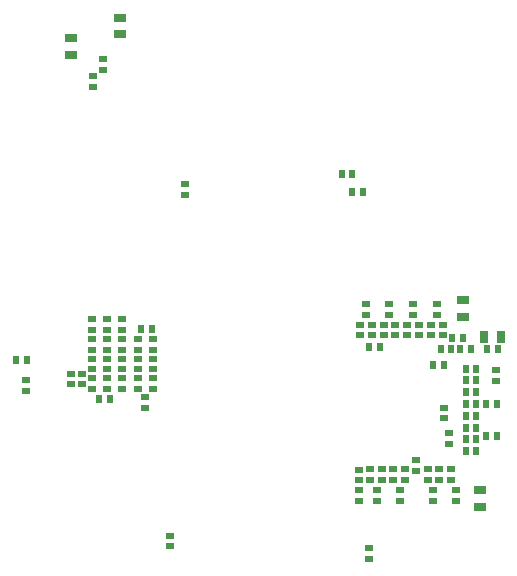
<source format=gbs>
G04 Layer_Color=16711935*
%FSLAX43Y43*%
%MOMM*%
G71*
G01*
G75*
%ADD42R,0.610X0.800*%
%ADD43R,0.800X0.610*%
%ADD44R,0.660X0.610*%
%ADD45R,0.610X0.660*%
%ADD46R,0.740X0.990*%
%ADD47R,0.990X0.740*%
D42*
X61650Y54600D02*
D03*
X60750D02*
D03*
X61655Y55595D02*
D03*
X60755D02*
D03*
X61655Y61595D02*
D03*
X60755D02*
D03*
X61655Y56595D02*
D03*
X60755D02*
D03*
X61655Y57595D02*
D03*
X60755D02*
D03*
X61655Y59595D02*
D03*
X60755D02*
D03*
X61655Y58595D02*
D03*
X60755D02*
D03*
X61655Y60595D02*
D03*
X60755D02*
D03*
X59625Y64200D02*
D03*
X60525D02*
D03*
X59550Y63250D02*
D03*
X58650D02*
D03*
X51125Y76550D02*
D03*
X52025D02*
D03*
D43*
X55800Y65300D02*
D03*
Y64400D02*
D03*
X23500Y60625D02*
D03*
Y59725D02*
D03*
X57800Y65300D02*
D03*
Y64400D02*
D03*
X56800Y65300D02*
D03*
Y64400D02*
D03*
X53650Y52150D02*
D03*
Y53050D02*
D03*
X54800Y65300D02*
D03*
Y64400D02*
D03*
X51800Y65300D02*
D03*
Y64400D02*
D03*
X51705Y52145D02*
D03*
Y53045D02*
D03*
X53800Y65300D02*
D03*
Y64400D02*
D03*
X59500Y52150D02*
D03*
Y53050D02*
D03*
X58525Y52150D02*
D03*
Y53050D02*
D03*
X52800Y65300D02*
D03*
Y64400D02*
D03*
X57550Y52150D02*
D03*
Y53050D02*
D03*
X58800Y65300D02*
D03*
Y64400D02*
D03*
X54625Y52150D02*
D03*
Y53050D02*
D03*
X55600Y52150D02*
D03*
Y53050D02*
D03*
X52675Y52150D02*
D03*
Y53050D02*
D03*
X56580Y52920D02*
D03*
Y53820D02*
D03*
X58955Y57395D02*
D03*
Y58295D02*
D03*
D44*
X29125Y61525D02*
D03*
Y62425D02*
D03*
X32975Y63175D02*
D03*
Y64075D02*
D03*
X29200Y85475D02*
D03*
Y86375D02*
D03*
X30025Y86900D02*
D03*
Y87800D02*
D03*
X29125Y59875D02*
D03*
Y60775D02*
D03*
X33625Y58275D02*
D03*
Y59175D02*
D03*
X30375Y65750D02*
D03*
Y64850D02*
D03*
X37000Y77200D02*
D03*
Y76300D02*
D03*
X52300Y67045D02*
D03*
Y66145D02*
D03*
X54300Y67050D02*
D03*
Y66150D02*
D03*
X56300Y67050D02*
D03*
Y66150D02*
D03*
X58300Y67050D02*
D03*
Y66150D02*
D03*
X63325Y60550D02*
D03*
Y61450D02*
D03*
X59955Y50395D02*
D03*
Y51295D02*
D03*
X53205Y50395D02*
D03*
Y51295D02*
D03*
X51705Y50395D02*
D03*
Y51295D02*
D03*
X57955Y50395D02*
D03*
Y51295D02*
D03*
X55205Y50395D02*
D03*
Y51295D02*
D03*
X31675Y65750D02*
D03*
Y64850D02*
D03*
Y64075D02*
D03*
Y63175D02*
D03*
X29075D02*
D03*
Y64075D02*
D03*
Y65750D02*
D03*
Y64850D02*
D03*
X30375Y64075D02*
D03*
Y63175D02*
D03*
X32975Y61525D02*
D03*
Y62425D02*
D03*
X30375Y61525D02*
D03*
Y62425D02*
D03*
Y60775D02*
D03*
Y59875D02*
D03*
X31675Y60775D02*
D03*
Y59875D02*
D03*
Y61525D02*
D03*
Y62425D02*
D03*
X34275Y60775D02*
D03*
Y59875D02*
D03*
Y62425D02*
D03*
Y61525D02*
D03*
Y64075D02*
D03*
Y63175D02*
D03*
X32975Y60775D02*
D03*
Y59875D02*
D03*
X35750Y47450D02*
D03*
Y46550D02*
D03*
X59300Y56100D02*
D03*
Y55200D02*
D03*
X28300Y61175D02*
D03*
Y60275D02*
D03*
X27350Y61175D02*
D03*
Y60275D02*
D03*
X52600Y45500D02*
D03*
Y46400D02*
D03*
D45*
X23575Y62350D02*
D03*
X22675D02*
D03*
X29725Y59025D02*
D03*
X30625D02*
D03*
X63405Y55845D02*
D03*
X62505D02*
D03*
X63405Y58595D02*
D03*
X62505D02*
D03*
X51150Y78100D02*
D03*
X50250D02*
D03*
X34175Y64950D02*
D03*
X33275D02*
D03*
X52600Y63400D02*
D03*
X53500D02*
D03*
X58900Y61925D02*
D03*
X58000D02*
D03*
X61200Y63250D02*
D03*
X60300D02*
D03*
X62575D02*
D03*
X63475D02*
D03*
D46*
X63725Y64275D02*
D03*
X62325D02*
D03*
D47*
X31475Y89900D02*
D03*
Y91300D02*
D03*
X27350Y89575D02*
D03*
Y88175D02*
D03*
X60500Y65975D02*
D03*
Y67375D02*
D03*
X61955Y51295D02*
D03*
Y49895D02*
D03*
M02*

</source>
